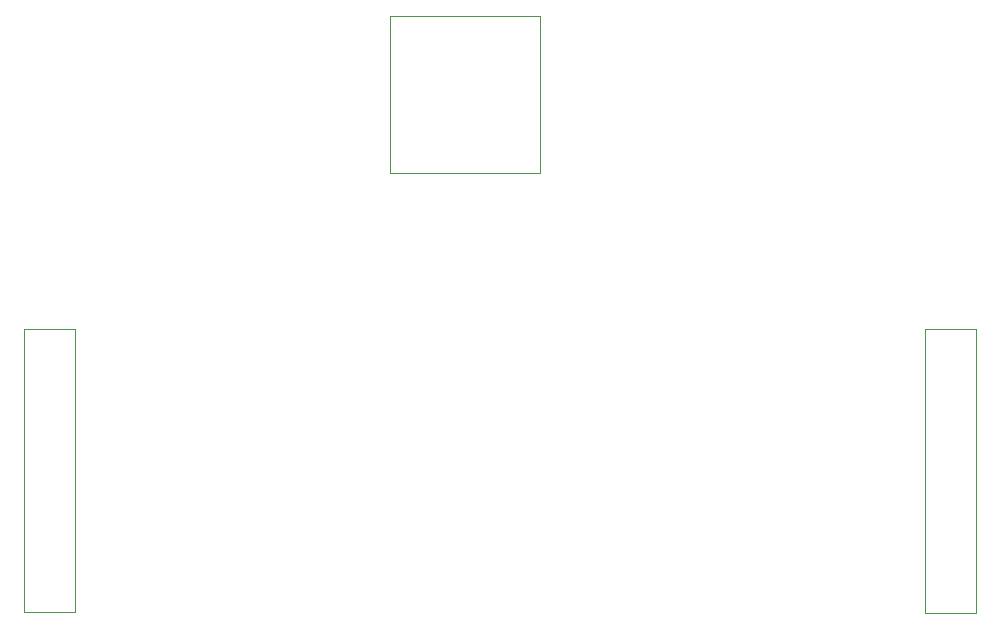
<source format=gm1>
G04*
G04 #@! TF.GenerationSoftware,Altium Limited,Altium Designer,19.1.8 (144)*
G04*
G04 Layer_Color=16711935*
%FSLAX25Y25*%
%MOIN*%
G70*
G01*
G75*
%ADD61C,0.00394*%
%ADD62C,0.00100*%
D61*
X152700Y242500D02*
Y244900D01*
Y242500D02*
X202600D01*
Y244900D01*
X152700Y294900D02*
X202600D01*
Y244900D02*
Y294900D01*
X152700Y244900D02*
Y294900D01*
D62*
X331013Y190300D02*
X347998D01*
X331013Y95813D02*
Y190300D01*
Y95813D02*
X347997D01*
X347887D02*
X347998Y190300D01*
X30702Y96119D02*
X30813Y190605D01*
X30703D02*
X47687D01*
Y96119D02*
Y190605D01*
X30702Y96119D02*
X47687D01*
M02*

</source>
